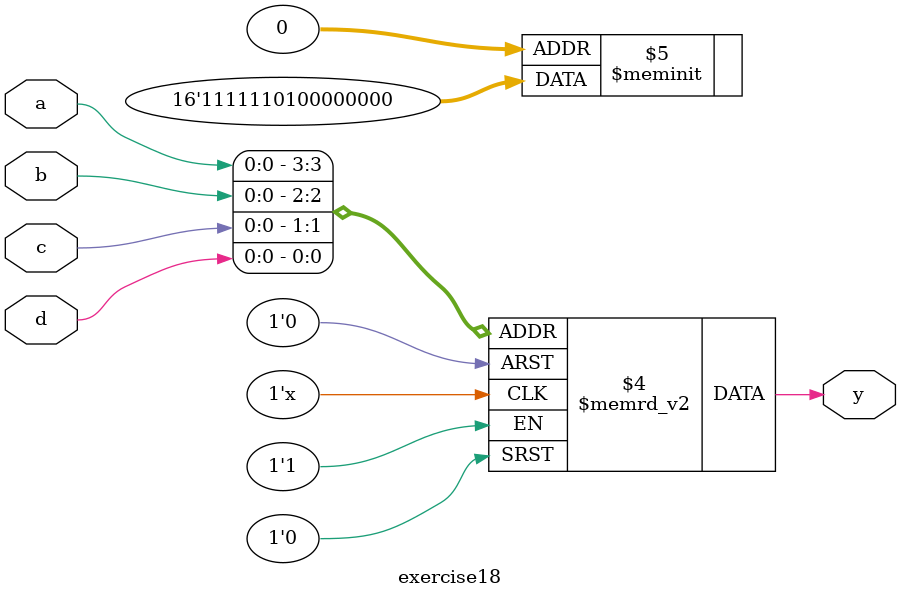
<source format=sv>
module exercise18
(
	input logic a, b, c, d,
	output logic y
);
	always_comb
		casez({a, b, c, d})
			0: y = 0;
			1: y = 0;
			2: y = 0;
			3: y = 0;
			4: y = 0;
			5: y = 0;
			6: y = 0;
			7: y = 0;
			8: y = 1;
			9: y = 0;
		   10: y = 1;
		   11: y = 1;
		   12: y = 1;
		   13: y = 1;
		   14: y = 1;
		   15: y = 1;
		endcase
endmodule

</source>
